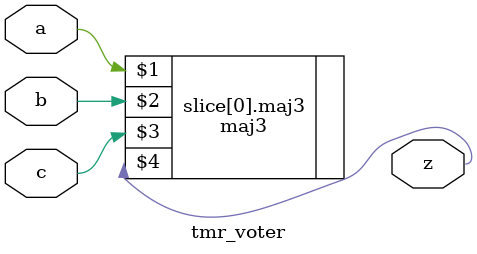
<source format=sv>
module tmr_voter
#(
	parameter bits = 1
)
(
	input logic [bits-1:0] a,
	input logic [bits-1:0] b,
	input logic [bits-1:0] c,
	output logic [bits-1:0] z
);

	genvar i;
	generate
		for(i=0; i<bits; i++) begin: slice
			maj3 maj3(a[i], b[i], c[i], z[i]);
		end
	endgenerate

endmodule
</source>
